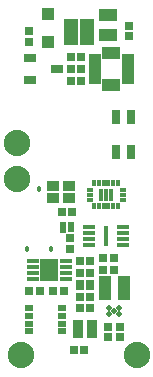
<source format=gts>
G04*
G04 #@! TF.GenerationSoftware,Altium Limited,CircuitStudio,1.5.2 (30)*
G04*
G04 Layer_Color=2238352*
%FSLAX24Y24*%
%MOIN*%
G70*
G01*
G75*
%ADD54R,0.0297X0.0257*%
%ADD55R,0.0434X0.0316*%
%ADD56R,0.0434X0.0395*%
%ADD57R,0.0592X0.0415*%
%ADD58R,0.0257X0.0297*%
%ADD59R,0.0395X0.0178*%
%ADD60R,0.0159X0.0710*%
%ADD61R,0.0415X0.0375*%
%ADD62R,0.0237X0.0198*%
%ADD63R,0.0237X0.0336*%
%ADD64R,0.0151X0.0230*%
%ADD65R,0.0230X0.0151*%
%ADD66R,0.0159X0.0218*%
%ADD67R,0.0316X0.0474*%
%ADD68R,0.0277X0.0356*%
%ADD69R,0.0415X0.0178*%
%ADD70R,0.0631X0.0722*%
%ADD71R,0.0316X0.0237*%
%ADD72C,0.0190*%
%ADD73R,0.0395X0.0789*%
%ADD74R,0.0375X0.0190*%
%ADD75R,0.0198X0.0395*%
%ADD76R,0.0395X0.0198*%
%ADD77R,0.0474X0.0867*%
%ADD78C,0.0883*%
%ADD79C,0.0180*%
D54*
X501944Y362950D02*
D03*
Y363304D02*
D03*
X503322Y356414D02*
D03*
Y356060D02*
D03*
X504601Y353461D02*
D03*
Y353107D02*
D03*
X504995Y353461D02*
D03*
Y353107D02*
D03*
X505290Y363146D02*
D03*
Y363501D02*
D03*
D55*
X501983Y362418D02*
D03*
Y361670D02*
D03*
X502889Y362044D02*
D03*
D56*
X502584Y362969D02*
D03*
Y363875D02*
D03*
D57*
X504601Y363855D02*
D03*
Y363186D02*
D03*
D58*
X504424Y355745D02*
D03*
X504778D02*
D03*
X503696Y362044D02*
D03*
X503341D02*
D03*
X503341Y361650D02*
D03*
X503696D02*
D03*
X503046Y357270D02*
D03*
X503400D02*
D03*
X502318Y354662D02*
D03*
X501963D02*
D03*
X503637Y355253D02*
D03*
X503991D02*
D03*
X503637Y355646D02*
D03*
X503991D02*
D03*
X503991Y354072D02*
D03*
X503637D02*
D03*
X503105Y354662D02*
D03*
X502751D02*
D03*
X504778Y355351D02*
D03*
X504424D02*
D03*
X503794Y352694D02*
D03*
X503440D02*
D03*
X503637Y354465D02*
D03*
X503991D02*
D03*
X503696Y362438D02*
D03*
X503341D02*
D03*
D59*
X505091Y356187D02*
D03*
Y356384D02*
D03*
Y356581D02*
D03*
Y356778D02*
D03*
X503954Y356187D02*
D03*
Y356384D02*
D03*
Y356581D02*
D03*
Y356778D02*
D03*
D60*
X504522Y356482D02*
D03*
D61*
X502761Y358165D02*
D03*
Y357752D02*
D03*
X503292Y358165D02*
D03*
Y357752D02*
D03*
D62*
X503095Y356867D02*
D03*
Y356688D02*
D03*
D63*
X503351Y356778D02*
D03*
D64*
X504916Y358250D02*
D03*
X504759D02*
D03*
X504601D02*
D03*
X504444D02*
D03*
X504286D02*
D03*
X504129D02*
D03*
Y357470D02*
D03*
X504286D02*
D03*
X504444D02*
D03*
X504601D02*
D03*
X504759D02*
D03*
X504916D02*
D03*
D65*
X503975Y358018D02*
D03*
Y357860D02*
D03*
Y357703D02*
D03*
X505070D02*
D03*
Y357860D02*
D03*
Y358018D02*
D03*
D66*
X504680Y357968D02*
D03*
X504522D02*
D03*
X504365D02*
D03*
Y357752D02*
D03*
X504522D02*
D03*
X504680D02*
D03*
D67*
X505349Y359288D02*
D03*
Y360469D02*
D03*
X504837D02*
D03*
Y359288D02*
D03*
D68*
X503656Y354859D02*
D03*
X503971D02*
D03*
D69*
X503190Y355056D02*
D03*
Y355253D02*
D03*
Y355450D02*
D03*
Y355646D02*
D03*
X502076Y355056D02*
D03*
Y355253D02*
D03*
Y355450D02*
D03*
Y355646D02*
D03*
D70*
X502633Y355351D02*
D03*
D71*
X503060Y353304D02*
D03*
Y353560D02*
D03*
Y353816D02*
D03*
Y354072D02*
D03*
X501958Y353304D02*
D03*
Y353560D02*
D03*
Y353816D02*
D03*
Y354072D02*
D03*
D72*
X504628Y353875D02*
D03*
Y354072D02*
D03*
X504798Y353973D02*
D03*
X504968Y353875D02*
D03*
Y354072D02*
D03*
D73*
X505113Y354761D02*
D03*
X504483D02*
D03*
D74*
X504040Y353186D02*
D03*
Y353383D02*
D03*
Y353580D02*
D03*
X503587Y353186D02*
D03*
Y353383D02*
D03*
Y353580D02*
D03*
D75*
X504503Y361507D02*
D03*
X504700D02*
D03*
X504897D02*
D03*
Y362582D02*
D03*
X504700D02*
D03*
X504503D02*
D03*
D76*
X505237Y361650D02*
D03*
Y361847D02*
D03*
Y362044D02*
D03*
Y362241D02*
D03*
Y362438D02*
D03*
X504162D02*
D03*
Y362241D02*
D03*
Y362044D02*
D03*
Y361847D02*
D03*
Y361650D02*
D03*
D77*
X503341Y363272D02*
D03*
X503893D02*
D03*
D78*
X501692Y352528D02*
D03*
X505542D02*
D03*
X501550Y358402D02*
D03*
Y359583D02*
D03*
D79*
X502700Y356050D02*
D03*
X501900D02*
D03*
X502300Y358050D02*
D03*
M02*

</source>
